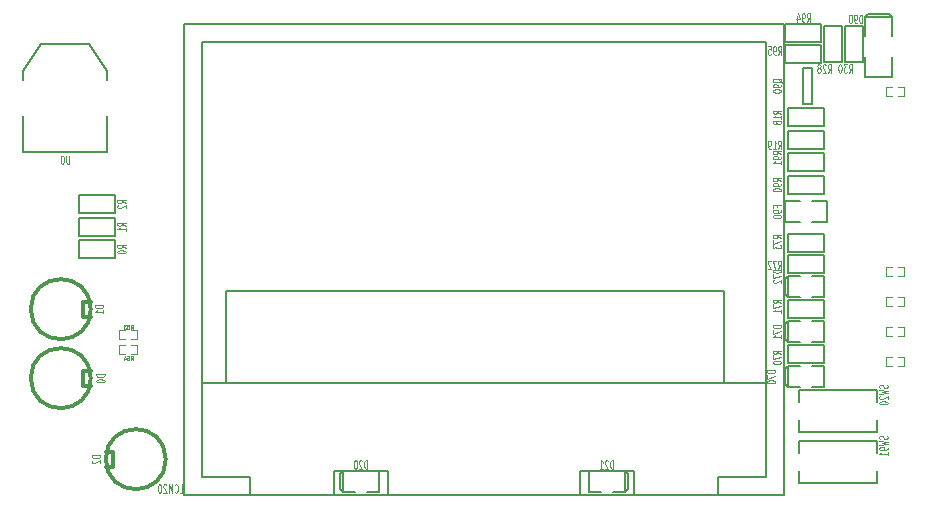
<source format=gbo>
G04 (created by PCBNEW (2013-04-19 BZR 4011)-stable) date 01/07/2013 10:58:15*
%MOIN*%
G04 Gerber Fmt 3.4, Leading zero omitted, Abs format*
%FSLAX34Y34*%
G01*
G70*
G90*
G04 APERTURE LIST*
%ADD10C,2.3622e-006*%
%ADD11C,0.005*%
%ADD12C,0.008*%
%ADD13C,0.012*%
%ADD14C,0.0028*%
%ADD15C,0.0045*%
G04 APERTURE END LIST*
G54D10*
G54D11*
X80900Y-52100D02*
X80900Y-55150D01*
X97500Y-52100D02*
X97500Y-55150D01*
X80900Y-52100D02*
X97500Y-52100D01*
X98900Y-55150D02*
X80100Y-55150D01*
X84500Y-58900D02*
X84500Y-58100D01*
X84500Y-58100D02*
X86300Y-58100D01*
X86300Y-58100D02*
X86300Y-58900D01*
X94500Y-58900D02*
X94500Y-58100D01*
X94500Y-58100D02*
X92700Y-58100D01*
X92700Y-58100D02*
X92700Y-58900D01*
X81700Y-58900D02*
X81700Y-58300D01*
X81700Y-58300D02*
X80100Y-58300D01*
X80100Y-58300D02*
X80100Y-43800D01*
X80100Y-43800D02*
X98900Y-43800D01*
X98900Y-43800D02*
X98900Y-58300D01*
X98900Y-58300D02*
X97300Y-58300D01*
X97300Y-58300D02*
X97300Y-58900D01*
X99500Y-43200D02*
X79500Y-43200D01*
X79500Y-58900D02*
X99500Y-58900D01*
X79500Y-43200D02*
X79500Y-58900D01*
X99500Y-43200D02*
X99500Y-58900D01*
X100150Y-44650D02*
X100150Y-45850D01*
X100150Y-45850D02*
X100450Y-45850D01*
X100450Y-45850D02*
X100450Y-44650D01*
X100450Y-44650D02*
X100150Y-44650D01*
X100050Y-49800D02*
X99550Y-49800D01*
X99550Y-49800D02*
X99550Y-49100D01*
X99550Y-49100D02*
X100050Y-49100D01*
X100450Y-49800D02*
X100950Y-49800D01*
X100950Y-49800D02*
X100950Y-49100D01*
X100950Y-49100D02*
X100450Y-49100D01*
X99650Y-46600D02*
X100850Y-46600D01*
X100850Y-46600D02*
X100850Y-46000D01*
X100850Y-46000D02*
X99650Y-46000D01*
X99650Y-46000D02*
X99650Y-46600D01*
X100850Y-46750D02*
X99650Y-46750D01*
X99650Y-46750D02*
X99650Y-47350D01*
X99650Y-47350D02*
X100850Y-47350D01*
X100850Y-47350D02*
X100850Y-46750D01*
X100850Y-48250D02*
X99650Y-48250D01*
X99650Y-48250D02*
X99650Y-48850D01*
X99650Y-48850D02*
X100850Y-48850D01*
X100850Y-48850D02*
X100850Y-48250D01*
X100850Y-47500D02*
X99650Y-47500D01*
X99650Y-47500D02*
X99650Y-48100D01*
X99650Y-48100D02*
X100850Y-48100D01*
X100850Y-48100D02*
X100850Y-47500D01*
X99550Y-43800D02*
X100750Y-43800D01*
X100750Y-43800D02*
X100750Y-43200D01*
X100750Y-43200D02*
X99550Y-43200D01*
X99550Y-43200D02*
X99550Y-43800D01*
X100750Y-43900D02*
X99550Y-43900D01*
X99550Y-43900D02*
X99550Y-44500D01*
X99550Y-44500D02*
X100750Y-44500D01*
X100750Y-44500D02*
X100750Y-43900D01*
X103100Y-42950D02*
X103000Y-42850D01*
X103000Y-42850D02*
X102300Y-42850D01*
X102300Y-42850D02*
X102200Y-42950D01*
X103100Y-44950D02*
X102200Y-44950D01*
X102200Y-44950D02*
X102200Y-44300D01*
X103100Y-43600D02*
X103100Y-42950D01*
X103100Y-42950D02*
X102200Y-42950D01*
X102200Y-42950D02*
X102200Y-43600D01*
X103100Y-44300D02*
X103100Y-44950D01*
X84800Y-58800D02*
X84700Y-58700D01*
X84700Y-58700D02*
X84700Y-58200D01*
X84700Y-58200D02*
X84800Y-58100D01*
X85200Y-58800D02*
X84800Y-58800D01*
X84800Y-58800D02*
X84800Y-58100D01*
X84800Y-58100D02*
X85200Y-58100D01*
X85600Y-58800D02*
X86000Y-58800D01*
X86000Y-58800D02*
X86000Y-58100D01*
X86000Y-58100D02*
X85600Y-58100D01*
X94200Y-58100D02*
X94300Y-58200D01*
X94300Y-58200D02*
X94300Y-58700D01*
X94300Y-58700D02*
X94200Y-58800D01*
X93800Y-58100D02*
X94200Y-58100D01*
X94200Y-58100D02*
X94200Y-58800D01*
X94200Y-58800D02*
X93800Y-58800D01*
X93400Y-58100D02*
X93000Y-58100D01*
X93000Y-58100D02*
X93000Y-58800D01*
X93000Y-58800D02*
X93400Y-58800D01*
X99650Y-55300D02*
X99550Y-55200D01*
X99550Y-55200D02*
X99550Y-54700D01*
X99550Y-54700D02*
X99650Y-54600D01*
X100050Y-55300D02*
X99650Y-55300D01*
X99650Y-55300D02*
X99650Y-54600D01*
X99650Y-54600D02*
X100050Y-54600D01*
X100450Y-55300D02*
X100850Y-55300D01*
X100850Y-55300D02*
X100850Y-54600D01*
X100850Y-54600D02*
X100450Y-54600D01*
X99650Y-53800D02*
X99550Y-53700D01*
X99550Y-53700D02*
X99550Y-53200D01*
X99550Y-53200D02*
X99650Y-53100D01*
X100050Y-53800D02*
X99650Y-53800D01*
X99650Y-53800D02*
X99650Y-53100D01*
X99650Y-53100D02*
X100050Y-53100D01*
X100450Y-53800D02*
X100850Y-53800D01*
X100850Y-53800D02*
X100850Y-53100D01*
X100850Y-53100D02*
X100450Y-53100D01*
X99650Y-52300D02*
X99550Y-52200D01*
X99550Y-52200D02*
X99550Y-51700D01*
X99550Y-51700D02*
X99650Y-51600D01*
X100050Y-52300D02*
X99650Y-52300D01*
X99650Y-52300D02*
X99650Y-51600D01*
X99650Y-51600D02*
X100050Y-51600D01*
X100450Y-52300D02*
X100850Y-52300D01*
X100850Y-52300D02*
X100850Y-51600D01*
X100850Y-51600D02*
X100450Y-51600D01*
X100850Y-53900D02*
X99650Y-53900D01*
X99650Y-53900D02*
X99650Y-54500D01*
X99650Y-54500D02*
X100850Y-54500D01*
X100850Y-54500D02*
X100850Y-53900D01*
X100850Y-52400D02*
X99650Y-52400D01*
X99650Y-52400D02*
X99650Y-53000D01*
X99650Y-53000D02*
X100850Y-53000D01*
X100850Y-53000D02*
X100850Y-52400D01*
X100850Y-50900D02*
X99650Y-50900D01*
X99650Y-50900D02*
X99650Y-51500D01*
X99650Y-51500D02*
X100850Y-51500D01*
X100850Y-51500D02*
X100850Y-50900D01*
X100850Y-50200D02*
X99650Y-50200D01*
X99650Y-50200D02*
X99650Y-50800D01*
X99650Y-50800D02*
X100850Y-50800D01*
X100850Y-50800D02*
X100850Y-50200D01*
X77200Y-50400D02*
X76000Y-50400D01*
X76000Y-50400D02*
X76000Y-51000D01*
X76000Y-51000D02*
X77200Y-51000D01*
X77200Y-51000D02*
X77200Y-50400D01*
X77200Y-49650D02*
X76000Y-49650D01*
X76000Y-49650D02*
X76000Y-50250D01*
X76000Y-50250D02*
X77200Y-50250D01*
X77200Y-50250D02*
X77200Y-49650D01*
X77200Y-48900D02*
X76000Y-48900D01*
X76000Y-48900D02*
X76000Y-49500D01*
X76000Y-49500D02*
X77200Y-49500D01*
X77200Y-49500D02*
X77200Y-48900D01*
X102600Y-56400D02*
X102600Y-56800D01*
X102600Y-56800D02*
X100000Y-56800D01*
X100000Y-56800D02*
X100000Y-56400D01*
X102600Y-55800D02*
X102600Y-55400D01*
X102600Y-55400D02*
X100000Y-55400D01*
X100000Y-55400D02*
X100000Y-55800D01*
G54D12*
X76950Y-46250D02*
X76950Y-47450D01*
X76950Y-47450D02*
X74150Y-47450D01*
X74150Y-47450D02*
X74150Y-46250D01*
X76950Y-45050D02*
X76950Y-44750D01*
X76950Y-44750D02*
X76350Y-43850D01*
X76350Y-43850D02*
X74750Y-43850D01*
X74750Y-43850D02*
X74150Y-44750D01*
X74150Y-44750D02*
X74150Y-45050D01*
G54D13*
X76400Y-55000D02*
G75*
G03X76400Y-55000I-1000J0D01*
G74*
G01*
X76400Y-55250D02*
X76150Y-55250D01*
X76150Y-55250D02*
X76150Y-54750D01*
X76150Y-54750D02*
X76400Y-54750D01*
X76400Y-52700D02*
G75*
G03X76400Y-52700I-1000J0D01*
G74*
G01*
X76400Y-52950D02*
X76150Y-52950D01*
X76150Y-52950D02*
X76150Y-52450D01*
X76150Y-52450D02*
X76400Y-52450D01*
X78900Y-57700D02*
G75*
G03X78900Y-57700I-1000J0D01*
G74*
G01*
X76900Y-57450D02*
X77150Y-57450D01*
X77150Y-57450D02*
X77150Y-57950D01*
X77150Y-57950D02*
X76900Y-57950D01*
G54D11*
X101450Y-44450D02*
X101450Y-43250D01*
X101450Y-43250D02*
X100850Y-43250D01*
X100850Y-43250D02*
X100850Y-44450D01*
X100850Y-44450D02*
X101450Y-44450D01*
X101550Y-43250D02*
X101550Y-44450D01*
X101550Y-44450D02*
X102150Y-44450D01*
X102150Y-44450D02*
X102150Y-43250D01*
X102150Y-43250D02*
X101550Y-43250D01*
X102600Y-58100D02*
X102600Y-58500D01*
X102600Y-58500D02*
X100000Y-58500D01*
X100000Y-58500D02*
X100000Y-58100D01*
X102600Y-57500D02*
X102600Y-57100D01*
X102600Y-57100D02*
X100000Y-57100D01*
X100000Y-57100D02*
X100000Y-57500D01*
G54D14*
X103300Y-54300D02*
X103500Y-54300D01*
X103500Y-54300D02*
X103500Y-54600D01*
X103500Y-54600D02*
X103300Y-54600D01*
X103100Y-54300D02*
X102900Y-54300D01*
X102900Y-54300D02*
X102900Y-54600D01*
X102900Y-54600D02*
X103100Y-54600D01*
X103300Y-53300D02*
X103500Y-53300D01*
X103500Y-53300D02*
X103500Y-53600D01*
X103500Y-53600D02*
X103300Y-53600D01*
X103100Y-53300D02*
X102900Y-53300D01*
X102900Y-53300D02*
X102900Y-53600D01*
X102900Y-53600D02*
X103100Y-53600D01*
X103300Y-52300D02*
X103500Y-52300D01*
X103500Y-52300D02*
X103500Y-52600D01*
X103500Y-52600D02*
X103300Y-52600D01*
X103100Y-52300D02*
X102900Y-52300D01*
X102900Y-52300D02*
X102900Y-52600D01*
X102900Y-52600D02*
X103100Y-52600D01*
X103300Y-51300D02*
X103500Y-51300D01*
X103500Y-51300D02*
X103500Y-51600D01*
X103500Y-51600D02*
X103300Y-51600D01*
X103100Y-51300D02*
X102900Y-51300D01*
X102900Y-51300D02*
X102900Y-51600D01*
X102900Y-51600D02*
X103100Y-51600D01*
X77750Y-53400D02*
X77950Y-53400D01*
X77950Y-53400D02*
X77950Y-53700D01*
X77950Y-53700D02*
X77750Y-53700D01*
X77550Y-53400D02*
X77350Y-53400D01*
X77350Y-53400D02*
X77350Y-53700D01*
X77350Y-53700D02*
X77550Y-53700D01*
X77750Y-53900D02*
X77950Y-53900D01*
X77950Y-53900D02*
X77950Y-54200D01*
X77950Y-54200D02*
X77750Y-54200D01*
X77550Y-53900D02*
X77350Y-53900D01*
X77350Y-53900D02*
X77350Y-54200D01*
X77350Y-54200D02*
X77550Y-54200D01*
X103100Y-45600D02*
X102900Y-45600D01*
X102900Y-45600D02*
X102900Y-45300D01*
X102900Y-45300D02*
X103100Y-45300D01*
X103300Y-45600D02*
X103500Y-45600D01*
X103500Y-45600D02*
X103500Y-45300D01*
X103500Y-45300D02*
X103300Y-45300D01*
G54D15*
X79358Y-58813D02*
X79444Y-58813D01*
X79444Y-58533D01*
X79195Y-58786D02*
X79204Y-58800D01*
X79230Y-58813D01*
X79247Y-58813D01*
X79272Y-58800D01*
X79290Y-58773D01*
X79298Y-58746D01*
X79307Y-58693D01*
X79307Y-58653D01*
X79298Y-58600D01*
X79290Y-58573D01*
X79272Y-58546D01*
X79247Y-58533D01*
X79230Y-58533D01*
X79204Y-58546D01*
X79195Y-58560D01*
X79118Y-58813D02*
X79118Y-58533D01*
X79058Y-58733D01*
X78998Y-58533D01*
X78998Y-58813D01*
X78921Y-58560D02*
X78912Y-58546D01*
X78895Y-58533D01*
X78852Y-58533D01*
X78835Y-58546D01*
X78827Y-58560D01*
X78818Y-58586D01*
X78818Y-58613D01*
X78827Y-58653D01*
X78930Y-58813D01*
X78818Y-58813D01*
X78707Y-58533D02*
X78690Y-58533D01*
X78672Y-58546D01*
X78664Y-58560D01*
X78655Y-58586D01*
X78647Y-58640D01*
X78647Y-58706D01*
X78655Y-58760D01*
X78664Y-58786D01*
X78672Y-58800D01*
X78690Y-58813D01*
X78707Y-58813D01*
X78724Y-58800D01*
X78732Y-58786D01*
X78741Y-58760D01*
X78750Y-58706D01*
X78750Y-58640D01*
X78741Y-58586D01*
X78732Y-58560D01*
X78724Y-58546D01*
X78707Y-58533D01*
X99440Y-45147D02*
X99426Y-45130D01*
X99400Y-45112D01*
X99360Y-45087D01*
X99346Y-45070D01*
X99346Y-45052D01*
X99413Y-45061D02*
X99400Y-45044D01*
X99373Y-45027D01*
X99320Y-45018D01*
X99226Y-45018D01*
X99173Y-45027D01*
X99146Y-45044D01*
X99133Y-45061D01*
X99133Y-45095D01*
X99146Y-45112D01*
X99173Y-45130D01*
X99226Y-45138D01*
X99320Y-45138D01*
X99373Y-45130D01*
X99400Y-45112D01*
X99413Y-45095D01*
X99413Y-45061D01*
X99413Y-45224D02*
X99413Y-45258D01*
X99400Y-45275D01*
X99386Y-45284D01*
X99346Y-45301D01*
X99293Y-45310D01*
X99186Y-45310D01*
X99160Y-45301D01*
X99146Y-45292D01*
X99133Y-45275D01*
X99133Y-45241D01*
X99146Y-45224D01*
X99160Y-45215D01*
X99186Y-45207D01*
X99253Y-45207D01*
X99280Y-45215D01*
X99293Y-45224D01*
X99306Y-45241D01*
X99306Y-45275D01*
X99293Y-45292D01*
X99280Y-45301D01*
X99253Y-45310D01*
X99133Y-45421D02*
X99133Y-45438D01*
X99146Y-45455D01*
X99160Y-45464D01*
X99186Y-45472D01*
X99240Y-45481D01*
X99306Y-45481D01*
X99360Y-45472D01*
X99386Y-45464D01*
X99400Y-45455D01*
X99413Y-45438D01*
X99413Y-45421D01*
X99400Y-45404D01*
X99386Y-45395D01*
X99360Y-45387D01*
X99306Y-45378D01*
X99240Y-45378D01*
X99186Y-45387D01*
X99160Y-45395D01*
X99146Y-45404D01*
X99133Y-45421D01*
X99266Y-49304D02*
X99266Y-49244D01*
X99413Y-49244D02*
X99133Y-49244D01*
X99133Y-49329D01*
X99413Y-49407D02*
X99413Y-49441D01*
X99400Y-49458D01*
X99386Y-49467D01*
X99346Y-49484D01*
X99293Y-49492D01*
X99186Y-49492D01*
X99160Y-49484D01*
X99146Y-49475D01*
X99133Y-49458D01*
X99133Y-49424D01*
X99146Y-49407D01*
X99160Y-49398D01*
X99186Y-49390D01*
X99253Y-49390D01*
X99280Y-49398D01*
X99293Y-49407D01*
X99306Y-49424D01*
X99306Y-49458D01*
X99293Y-49475D01*
X99280Y-49484D01*
X99253Y-49492D01*
X99133Y-49604D02*
X99133Y-49621D01*
X99146Y-49638D01*
X99160Y-49647D01*
X99186Y-49655D01*
X99240Y-49664D01*
X99306Y-49664D01*
X99360Y-49655D01*
X99386Y-49647D01*
X99400Y-49638D01*
X99413Y-49621D01*
X99413Y-49604D01*
X99400Y-49587D01*
X99386Y-49578D01*
X99360Y-49570D01*
X99306Y-49561D01*
X99240Y-49561D01*
X99186Y-49570D01*
X99160Y-49578D01*
X99146Y-49587D01*
X99133Y-49604D01*
X99413Y-46184D02*
X99280Y-46124D01*
X99413Y-46081D02*
X99133Y-46081D01*
X99133Y-46150D01*
X99146Y-46167D01*
X99160Y-46175D01*
X99186Y-46184D01*
X99226Y-46184D01*
X99253Y-46175D01*
X99266Y-46167D01*
X99280Y-46150D01*
X99280Y-46081D01*
X99413Y-46355D02*
X99413Y-46252D01*
X99413Y-46304D02*
X99133Y-46304D01*
X99173Y-46287D01*
X99200Y-46270D01*
X99213Y-46252D01*
X99253Y-46458D02*
X99240Y-46441D01*
X99226Y-46432D01*
X99200Y-46424D01*
X99186Y-46424D01*
X99160Y-46432D01*
X99146Y-46441D01*
X99133Y-46458D01*
X99133Y-46492D01*
X99146Y-46510D01*
X99160Y-46518D01*
X99186Y-46527D01*
X99200Y-46527D01*
X99226Y-46518D01*
X99240Y-46510D01*
X99253Y-46492D01*
X99253Y-46458D01*
X99266Y-46441D01*
X99280Y-46432D01*
X99306Y-46424D01*
X99360Y-46424D01*
X99386Y-46432D01*
X99400Y-46441D01*
X99413Y-46458D01*
X99413Y-46492D01*
X99400Y-46510D01*
X99386Y-46518D01*
X99360Y-46527D01*
X99306Y-46527D01*
X99280Y-46518D01*
X99266Y-46510D01*
X99253Y-46492D01*
X99315Y-47363D02*
X99375Y-47230D01*
X99418Y-47363D02*
X99418Y-47083D01*
X99350Y-47083D01*
X99332Y-47096D01*
X99324Y-47110D01*
X99315Y-47136D01*
X99315Y-47176D01*
X99324Y-47203D01*
X99332Y-47216D01*
X99350Y-47230D01*
X99418Y-47230D01*
X99144Y-47363D02*
X99247Y-47363D01*
X99195Y-47363D02*
X99195Y-47083D01*
X99212Y-47123D01*
X99230Y-47150D01*
X99247Y-47163D01*
X99058Y-47363D02*
X99024Y-47363D01*
X99007Y-47350D01*
X98998Y-47336D01*
X98981Y-47296D01*
X98972Y-47243D01*
X98972Y-47136D01*
X98981Y-47110D01*
X98990Y-47096D01*
X99007Y-47083D01*
X99041Y-47083D01*
X99058Y-47096D01*
X99067Y-47110D01*
X99075Y-47136D01*
X99075Y-47203D01*
X99067Y-47230D01*
X99058Y-47243D01*
X99041Y-47256D01*
X99007Y-47256D01*
X98990Y-47243D01*
X98981Y-47230D01*
X98972Y-47203D01*
X99413Y-48434D02*
X99280Y-48374D01*
X99413Y-48331D02*
X99133Y-48331D01*
X99133Y-48400D01*
X99146Y-48417D01*
X99160Y-48425D01*
X99186Y-48434D01*
X99226Y-48434D01*
X99253Y-48425D01*
X99266Y-48417D01*
X99280Y-48400D01*
X99280Y-48331D01*
X99413Y-48520D02*
X99413Y-48554D01*
X99400Y-48571D01*
X99386Y-48580D01*
X99346Y-48597D01*
X99293Y-48605D01*
X99186Y-48605D01*
X99160Y-48597D01*
X99146Y-48588D01*
X99133Y-48571D01*
X99133Y-48537D01*
X99146Y-48520D01*
X99160Y-48511D01*
X99186Y-48502D01*
X99253Y-48502D01*
X99280Y-48511D01*
X99293Y-48520D01*
X99306Y-48537D01*
X99306Y-48571D01*
X99293Y-48588D01*
X99280Y-48597D01*
X99253Y-48605D01*
X99133Y-48717D02*
X99133Y-48734D01*
X99146Y-48751D01*
X99160Y-48760D01*
X99186Y-48768D01*
X99240Y-48777D01*
X99306Y-48777D01*
X99360Y-48768D01*
X99386Y-48760D01*
X99400Y-48751D01*
X99413Y-48734D01*
X99413Y-48717D01*
X99400Y-48700D01*
X99386Y-48691D01*
X99360Y-48682D01*
X99306Y-48674D01*
X99240Y-48674D01*
X99186Y-48682D01*
X99160Y-48691D01*
X99146Y-48700D01*
X99133Y-48717D01*
X99413Y-47534D02*
X99280Y-47474D01*
X99413Y-47431D02*
X99133Y-47431D01*
X99133Y-47500D01*
X99146Y-47517D01*
X99160Y-47525D01*
X99186Y-47534D01*
X99226Y-47534D01*
X99253Y-47525D01*
X99266Y-47517D01*
X99280Y-47500D01*
X99280Y-47431D01*
X99413Y-47620D02*
X99413Y-47654D01*
X99400Y-47671D01*
X99386Y-47680D01*
X99346Y-47697D01*
X99293Y-47705D01*
X99186Y-47705D01*
X99160Y-47697D01*
X99146Y-47688D01*
X99133Y-47671D01*
X99133Y-47637D01*
X99146Y-47620D01*
X99160Y-47611D01*
X99186Y-47602D01*
X99253Y-47602D01*
X99280Y-47611D01*
X99293Y-47620D01*
X99306Y-47637D01*
X99306Y-47671D01*
X99293Y-47688D01*
X99280Y-47697D01*
X99253Y-47705D01*
X99413Y-47877D02*
X99413Y-47774D01*
X99413Y-47825D02*
X99133Y-47825D01*
X99173Y-47808D01*
X99200Y-47791D01*
X99213Y-47774D01*
X100265Y-43113D02*
X100325Y-42980D01*
X100368Y-43113D02*
X100368Y-42833D01*
X100300Y-42833D01*
X100282Y-42846D01*
X100274Y-42860D01*
X100265Y-42886D01*
X100265Y-42926D01*
X100274Y-42953D01*
X100282Y-42966D01*
X100300Y-42980D01*
X100368Y-42980D01*
X100180Y-43113D02*
X100145Y-43113D01*
X100128Y-43100D01*
X100120Y-43086D01*
X100102Y-43046D01*
X100094Y-42993D01*
X100094Y-42886D01*
X100102Y-42860D01*
X100111Y-42846D01*
X100128Y-42833D01*
X100162Y-42833D01*
X100180Y-42846D01*
X100188Y-42860D01*
X100197Y-42886D01*
X100197Y-42953D01*
X100188Y-42980D01*
X100180Y-42993D01*
X100162Y-43006D01*
X100128Y-43006D01*
X100111Y-42993D01*
X100102Y-42980D01*
X100094Y-42953D01*
X99940Y-42926D02*
X99940Y-43113D01*
X99982Y-42820D02*
X100025Y-43020D01*
X99914Y-43020D01*
X99315Y-44213D02*
X99375Y-44080D01*
X99418Y-44213D02*
X99418Y-43933D01*
X99350Y-43933D01*
X99332Y-43946D01*
X99324Y-43960D01*
X99315Y-43986D01*
X99315Y-44026D01*
X99324Y-44053D01*
X99332Y-44066D01*
X99350Y-44080D01*
X99418Y-44080D01*
X99230Y-44213D02*
X99195Y-44213D01*
X99178Y-44200D01*
X99170Y-44186D01*
X99152Y-44146D01*
X99144Y-44093D01*
X99144Y-43986D01*
X99152Y-43960D01*
X99161Y-43946D01*
X99178Y-43933D01*
X99212Y-43933D01*
X99230Y-43946D01*
X99238Y-43960D01*
X99247Y-43986D01*
X99247Y-44053D01*
X99238Y-44080D01*
X99230Y-44093D01*
X99212Y-44106D01*
X99178Y-44106D01*
X99161Y-44093D01*
X99152Y-44080D01*
X99144Y-44053D01*
X98981Y-43933D02*
X99067Y-43933D01*
X99075Y-44066D01*
X99067Y-44053D01*
X99050Y-44040D01*
X99007Y-44040D01*
X98990Y-44053D01*
X98981Y-44066D01*
X98972Y-44093D01*
X98972Y-44160D01*
X98981Y-44186D01*
X98990Y-44200D01*
X99007Y-44213D01*
X99050Y-44213D01*
X99067Y-44200D01*
X99075Y-44186D01*
X102118Y-43163D02*
X102118Y-42883D01*
X102075Y-42883D01*
X102050Y-42896D01*
X102032Y-42923D01*
X102024Y-42950D01*
X102015Y-43003D01*
X102015Y-43043D01*
X102024Y-43096D01*
X102032Y-43123D01*
X102050Y-43150D01*
X102075Y-43163D01*
X102118Y-43163D01*
X101930Y-43163D02*
X101895Y-43163D01*
X101878Y-43150D01*
X101870Y-43136D01*
X101852Y-43096D01*
X101844Y-43043D01*
X101844Y-42936D01*
X101852Y-42910D01*
X101861Y-42896D01*
X101878Y-42883D01*
X101912Y-42883D01*
X101930Y-42896D01*
X101938Y-42910D01*
X101947Y-42936D01*
X101947Y-43003D01*
X101938Y-43030D01*
X101930Y-43043D01*
X101912Y-43056D01*
X101878Y-43056D01*
X101861Y-43043D01*
X101852Y-43030D01*
X101844Y-43003D01*
X101732Y-42883D02*
X101715Y-42883D01*
X101698Y-42896D01*
X101690Y-42910D01*
X101681Y-42936D01*
X101672Y-42990D01*
X101672Y-43056D01*
X101681Y-43110D01*
X101690Y-43136D01*
X101698Y-43150D01*
X101715Y-43163D01*
X101732Y-43163D01*
X101750Y-43150D01*
X101758Y-43136D01*
X101767Y-43110D01*
X101775Y-43056D01*
X101775Y-42990D01*
X101767Y-42936D01*
X101758Y-42910D01*
X101750Y-42896D01*
X101732Y-42883D01*
X85618Y-58013D02*
X85618Y-57733D01*
X85575Y-57733D01*
X85550Y-57746D01*
X85532Y-57773D01*
X85524Y-57800D01*
X85515Y-57853D01*
X85515Y-57893D01*
X85524Y-57946D01*
X85532Y-57973D01*
X85550Y-58000D01*
X85575Y-58013D01*
X85618Y-58013D01*
X85447Y-57760D02*
X85438Y-57746D01*
X85421Y-57733D01*
X85378Y-57733D01*
X85361Y-57746D01*
X85352Y-57760D01*
X85344Y-57786D01*
X85344Y-57813D01*
X85352Y-57853D01*
X85455Y-58013D01*
X85344Y-58013D01*
X85232Y-57733D02*
X85215Y-57733D01*
X85198Y-57746D01*
X85190Y-57760D01*
X85181Y-57786D01*
X85172Y-57840D01*
X85172Y-57906D01*
X85181Y-57960D01*
X85190Y-57986D01*
X85198Y-58000D01*
X85215Y-58013D01*
X85232Y-58013D01*
X85250Y-58000D01*
X85258Y-57986D01*
X85267Y-57960D01*
X85275Y-57906D01*
X85275Y-57840D01*
X85267Y-57786D01*
X85258Y-57760D01*
X85250Y-57746D01*
X85232Y-57733D01*
X93818Y-58013D02*
X93818Y-57733D01*
X93775Y-57733D01*
X93750Y-57746D01*
X93732Y-57773D01*
X93724Y-57800D01*
X93715Y-57853D01*
X93715Y-57893D01*
X93724Y-57946D01*
X93732Y-57973D01*
X93750Y-58000D01*
X93775Y-58013D01*
X93818Y-58013D01*
X93647Y-57760D02*
X93638Y-57746D01*
X93621Y-57733D01*
X93578Y-57733D01*
X93561Y-57746D01*
X93552Y-57760D01*
X93544Y-57786D01*
X93544Y-57813D01*
X93552Y-57853D01*
X93655Y-58013D01*
X93544Y-58013D01*
X93372Y-58013D02*
X93475Y-58013D01*
X93424Y-58013D02*
X93424Y-57733D01*
X93441Y-57773D01*
X93458Y-57800D01*
X93475Y-57813D01*
X99213Y-54731D02*
X98933Y-54731D01*
X98933Y-54774D01*
X98946Y-54800D01*
X98973Y-54817D01*
X99000Y-54825D01*
X99053Y-54834D01*
X99093Y-54834D01*
X99146Y-54825D01*
X99173Y-54817D01*
X99200Y-54800D01*
X99213Y-54774D01*
X99213Y-54731D01*
X98933Y-54894D02*
X98933Y-55014D01*
X99213Y-54937D01*
X98933Y-55117D02*
X98933Y-55134D01*
X98946Y-55151D01*
X98960Y-55160D01*
X98986Y-55168D01*
X99040Y-55177D01*
X99106Y-55177D01*
X99160Y-55168D01*
X99186Y-55160D01*
X99200Y-55151D01*
X99213Y-55134D01*
X99213Y-55117D01*
X99200Y-55100D01*
X99186Y-55091D01*
X99160Y-55082D01*
X99106Y-55074D01*
X99040Y-55074D01*
X98986Y-55082D01*
X98960Y-55091D01*
X98946Y-55100D01*
X98933Y-55117D01*
X99413Y-53231D02*
X99133Y-53231D01*
X99133Y-53274D01*
X99146Y-53300D01*
X99173Y-53317D01*
X99200Y-53325D01*
X99253Y-53334D01*
X99293Y-53334D01*
X99346Y-53325D01*
X99373Y-53317D01*
X99400Y-53300D01*
X99413Y-53274D01*
X99413Y-53231D01*
X99133Y-53394D02*
X99133Y-53514D01*
X99413Y-53437D01*
X99413Y-53677D02*
X99413Y-53574D01*
X99413Y-53625D02*
X99133Y-53625D01*
X99173Y-53608D01*
X99200Y-53591D01*
X99213Y-53574D01*
X99413Y-51381D02*
X99133Y-51381D01*
X99133Y-51424D01*
X99146Y-51450D01*
X99173Y-51467D01*
X99200Y-51475D01*
X99253Y-51484D01*
X99293Y-51484D01*
X99346Y-51475D01*
X99373Y-51467D01*
X99400Y-51450D01*
X99413Y-51424D01*
X99413Y-51381D01*
X99133Y-51544D02*
X99133Y-51664D01*
X99413Y-51587D01*
X99160Y-51724D02*
X99146Y-51732D01*
X99133Y-51750D01*
X99133Y-51792D01*
X99146Y-51810D01*
X99160Y-51818D01*
X99186Y-51827D01*
X99213Y-51827D01*
X99253Y-51818D01*
X99413Y-51715D01*
X99413Y-51827D01*
X99413Y-54184D02*
X99280Y-54124D01*
X99413Y-54081D02*
X99133Y-54081D01*
X99133Y-54150D01*
X99146Y-54167D01*
X99160Y-54175D01*
X99186Y-54184D01*
X99226Y-54184D01*
X99253Y-54175D01*
X99266Y-54167D01*
X99280Y-54150D01*
X99280Y-54081D01*
X99133Y-54244D02*
X99133Y-54364D01*
X99413Y-54287D01*
X99133Y-54467D02*
X99133Y-54484D01*
X99146Y-54501D01*
X99160Y-54510D01*
X99186Y-54518D01*
X99240Y-54527D01*
X99306Y-54527D01*
X99360Y-54518D01*
X99386Y-54510D01*
X99400Y-54501D01*
X99413Y-54484D01*
X99413Y-54467D01*
X99400Y-54450D01*
X99386Y-54441D01*
X99360Y-54432D01*
X99306Y-54424D01*
X99240Y-54424D01*
X99186Y-54432D01*
X99160Y-54441D01*
X99146Y-54450D01*
X99133Y-54467D01*
X99413Y-52484D02*
X99280Y-52424D01*
X99413Y-52381D02*
X99133Y-52381D01*
X99133Y-52450D01*
X99146Y-52467D01*
X99160Y-52475D01*
X99186Y-52484D01*
X99226Y-52484D01*
X99253Y-52475D01*
X99266Y-52467D01*
X99280Y-52450D01*
X99280Y-52381D01*
X99133Y-52544D02*
X99133Y-52664D01*
X99413Y-52587D01*
X99413Y-52827D02*
X99413Y-52724D01*
X99413Y-52775D02*
X99133Y-52775D01*
X99173Y-52758D01*
X99200Y-52741D01*
X99213Y-52724D01*
X99315Y-51363D02*
X99375Y-51230D01*
X99418Y-51363D02*
X99418Y-51083D01*
X99350Y-51083D01*
X99332Y-51096D01*
X99324Y-51110D01*
X99315Y-51136D01*
X99315Y-51176D01*
X99324Y-51203D01*
X99332Y-51216D01*
X99350Y-51230D01*
X99418Y-51230D01*
X99255Y-51083D02*
X99135Y-51083D01*
X99212Y-51363D01*
X99075Y-51110D02*
X99067Y-51096D01*
X99050Y-51083D01*
X99007Y-51083D01*
X98990Y-51096D01*
X98981Y-51110D01*
X98972Y-51136D01*
X98972Y-51163D01*
X98981Y-51203D01*
X99084Y-51363D01*
X98972Y-51363D01*
X99413Y-50334D02*
X99280Y-50274D01*
X99413Y-50231D02*
X99133Y-50231D01*
X99133Y-50300D01*
X99146Y-50317D01*
X99160Y-50325D01*
X99186Y-50334D01*
X99226Y-50334D01*
X99253Y-50325D01*
X99266Y-50317D01*
X99280Y-50300D01*
X99280Y-50231D01*
X99133Y-50394D02*
X99133Y-50514D01*
X99413Y-50437D01*
X99133Y-50565D02*
X99133Y-50677D01*
X99240Y-50617D01*
X99240Y-50642D01*
X99253Y-50660D01*
X99266Y-50668D01*
X99293Y-50677D01*
X99360Y-50677D01*
X99386Y-50668D01*
X99400Y-50660D01*
X99413Y-50642D01*
X99413Y-50591D01*
X99400Y-50574D01*
X99386Y-50565D01*
X77563Y-50670D02*
X77430Y-50610D01*
X77563Y-50567D02*
X77283Y-50567D01*
X77283Y-50635D01*
X77296Y-50652D01*
X77310Y-50661D01*
X77336Y-50670D01*
X77376Y-50670D01*
X77403Y-50661D01*
X77416Y-50652D01*
X77430Y-50635D01*
X77430Y-50567D01*
X77283Y-50781D02*
X77283Y-50798D01*
X77296Y-50815D01*
X77310Y-50824D01*
X77336Y-50832D01*
X77390Y-50841D01*
X77456Y-50841D01*
X77510Y-50832D01*
X77536Y-50824D01*
X77550Y-50815D01*
X77563Y-50798D01*
X77563Y-50781D01*
X77550Y-50764D01*
X77536Y-50755D01*
X77510Y-50747D01*
X77456Y-50738D01*
X77390Y-50738D01*
X77336Y-50747D01*
X77310Y-50755D01*
X77296Y-50764D01*
X77283Y-50781D01*
X77563Y-49920D02*
X77430Y-49860D01*
X77563Y-49817D02*
X77283Y-49817D01*
X77283Y-49885D01*
X77296Y-49902D01*
X77310Y-49911D01*
X77336Y-49920D01*
X77376Y-49920D01*
X77403Y-49911D01*
X77416Y-49902D01*
X77430Y-49885D01*
X77430Y-49817D01*
X77563Y-50091D02*
X77563Y-49988D01*
X77563Y-50040D02*
X77283Y-50040D01*
X77323Y-50022D01*
X77350Y-50005D01*
X77363Y-49988D01*
X77563Y-49170D02*
X77430Y-49110D01*
X77563Y-49067D02*
X77283Y-49067D01*
X77283Y-49135D01*
X77296Y-49152D01*
X77310Y-49161D01*
X77336Y-49170D01*
X77376Y-49170D01*
X77403Y-49161D01*
X77416Y-49152D01*
X77430Y-49135D01*
X77430Y-49067D01*
X77310Y-49238D02*
X77296Y-49247D01*
X77283Y-49264D01*
X77283Y-49307D01*
X77296Y-49324D01*
X77310Y-49332D01*
X77336Y-49341D01*
X77363Y-49341D01*
X77403Y-49332D01*
X77563Y-49230D01*
X77563Y-49341D01*
X102950Y-55224D02*
X102963Y-55250D01*
X102963Y-55292D01*
X102950Y-55310D01*
X102936Y-55318D01*
X102910Y-55327D01*
X102883Y-55327D01*
X102856Y-55318D01*
X102843Y-55310D01*
X102830Y-55292D01*
X102816Y-55258D01*
X102803Y-55241D01*
X102790Y-55232D01*
X102763Y-55224D01*
X102736Y-55224D01*
X102710Y-55232D01*
X102696Y-55241D01*
X102683Y-55258D01*
X102683Y-55301D01*
X102696Y-55327D01*
X102683Y-55387D02*
X102963Y-55430D01*
X102763Y-55464D01*
X102963Y-55498D01*
X102683Y-55541D01*
X102710Y-55601D02*
X102696Y-55610D01*
X102683Y-55627D01*
X102683Y-55670D01*
X102696Y-55687D01*
X102710Y-55695D01*
X102736Y-55704D01*
X102763Y-55704D01*
X102803Y-55695D01*
X102963Y-55592D01*
X102963Y-55704D01*
X102683Y-55815D02*
X102683Y-55832D01*
X102696Y-55850D01*
X102710Y-55858D01*
X102736Y-55867D01*
X102790Y-55875D01*
X102856Y-55875D01*
X102910Y-55867D01*
X102936Y-55858D01*
X102950Y-55850D01*
X102963Y-55832D01*
X102963Y-55815D01*
X102950Y-55798D01*
X102936Y-55790D01*
X102910Y-55781D01*
X102856Y-55772D01*
X102790Y-55772D01*
X102736Y-55781D01*
X102710Y-55790D01*
X102696Y-55798D01*
X102683Y-55815D01*
X75687Y-47583D02*
X75687Y-47810D01*
X75678Y-47836D01*
X75670Y-47850D01*
X75652Y-47863D01*
X75618Y-47863D01*
X75601Y-47850D01*
X75592Y-47836D01*
X75584Y-47810D01*
X75584Y-47583D01*
X75464Y-47583D02*
X75447Y-47583D01*
X75430Y-47596D01*
X75421Y-47610D01*
X75412Y-47636D01*
X75404Y-47690D01*
X75404Y-47756D01*
X75412Y-47810D01*
X75421Y-47836D01*
X75430Y-47850D01*
X75447Y-47863D01*
X75464Y-47863D01*
X75481Y-47850D01*
X75490Y-47836D01*
X75498Y-47810D01*
X75507Y-47756D01*
X75507Y-47690D01*
X75498Y-47636D01*
X75490Y-47610D01*
X75481Y-47596D01*
X75464Y-47583D01*
X76863Y-54867D02*
X76583Y-54867D01*
X76583Y-54910D01*
X76596Y-54935D01*
X76623Y-54952D01*
X76650Y-54961D01*
X76703Y-54970D01*
X76743Y-54970D01*
X76796Y-54961D01*
X76823Y-54952D01*
X76850Y-54935D01*
X76863Y-54910D01*
X76863Y-54867D01*
X76583Y-55081D02*
X76583Y-55098D01*
X76596Y-55115D01*
X76610Y-55124D01*
X76636Y-55132D01*
X76690Y-55141D01*
X76756Y-55141D01*
X76810Y-55132D01*
X76836Y-55124D01*
X76850Y-55115D01*
X76863Y-55098D01*
X76863Y-55081D01*
X76850Y-55064D01*
X76836Y-55055D01*
X76810Y-55047D01*
X76756Y-55038D01*
X76690Y-55038D01*
X76636Y-55047D01*
X76610Y-55055D01*
X76596Y-55064D01*
X76583Y-55081D01*
X76813Y-52567D02*
X76533Y-52567D01*
X76533Y-52610D01*
X76546Y-52635D01*
X76573Y-52652D01*
X76600Y-52661D01*
X76653Y-52670D01*
X76693Y-52670D01*
X76746Y-52661D01*
X76773Y-52652D01*
X76800Y-52635D01*
X76813Y-52610D01*
X76813Y-52567D01*
X76813Y-52841D02*
X76813Y-52738D01*
X76813Y-52790D02*
X76533Y-52790D01*
X76573Y-52772D01*
X76600Y-52755D01*
X76613Y-52738D01*
X76713Y-57567D02*
X76433Y-57567D01*
X76433Y-57610D01*
X76446Y-57635D01*
X76473Y-57652D01*
X76500Y-57661D01*
X76553Y-57670D01*
X76593Y-57670D01*
X76646Y-57661D01*
X76673Y-57652D01*
X76700Y-57635D01*
X76713Y-57610D01*
X76713Y-57567D01*
X76460Y-57738D02*
X76446Y-57747D01*
X76433Y-57764D01*
X76433Y-57807D01*
X76446Y-57824D01*
X76460Y-57832D01*
X76486Y-57841D01*
X76513Y-57841D01*
X76553Y-57832D01*
X76713Y-57730D01*
X76713Y-57841D01*
X100965Y-44813D02*
X101025Y-44680D01*
X101068Y-44813D02*
X101068Y-44533D01*
X101000Y-44533D01*
X100982Y-44546D01*
X100974Y-44560D01*
X100965Y-44586D01*
X100965Y-44626D01*
X100974Y-44653D01*
X100982Y-44666D01*
X101000Y-44680D01*
X101068Y-44680D01*
X100897Y-44560D02*
X100888Y-44546D01*
X100871Y-44533D01*
X100828Y-44533D01*
X100811Y-44546D01*
X100802Y-44560D01*
X100794Y-44586D01*
X100794Y-44613D01*
X100802Y-44653D01*
X100905Y-44813D01*
X100794Y-44813D01*
X100691Y-44653D02*
X100708Y-44640D01*
X100717Y-44626D01*
X100725Y-44600D01*
X100725Y-44586D01*
X100717Y-44560D01*
X100708Y-44546D01*
X100691Y-44533D01*
X100657Y-44533D01*
X100640Y-44546D01*
X100631Y-44560D01*
X100622Y-44586D01*
X100622Y-44600D01*
X100631Y-44626D01*
X100640Y-44640D01*
X100657Y-44653D01*
X100691Y-44653D01*
X100708Y-44666D01*
X100717Y-44680D01*
X100725Y-44706D01*
X100725Y-44760D01*
X100717Y-44786D01*
X100708Y-44800D01*
X100691Y-44813D01*
X100657Y-44813D01*
X100640Y-44800D01*
X100631Y-44786D01*
X100622Y-44760D01*
X100622Y-44706D01*
X100631Y-44680D01*
X100640Y-44666D01*
X100657Y-44653D01*
X101665Y-44813D02*
X101725Y-44680D01*
X101768Y-44813D02*
X101768Y-44533D01*
X101700Y-44533D01*
X101682Y-44546D01*
X101674Y-44560D01*
X101665Y-44586D01*
X101665Y-44626D01*
X101674Y-44653D01*
X101682Y-44666D01*
X101700Y-44680D01*
X101768Y-44680D01*
X101605Y-44533D02*
X101494Y-44533D01*
X101554Y-44640D01*
X101528Y-44640D01*
X101511Y-44653D01*
X101502Y-44666D01*
X101494Y-44693D01*
X101494Y-44760D01*
X101502Y-44786D01*
X101511Y-44800D01*
X101528Y-44813D01*
X101580Y-44813D01*
X101597Y-44800D01*
X101605Y-44786D01*
X101382Y-44533D02*
X101365Y-44533D01*
X101348Y-44546D01*
X101340Y-44560D01*
X101331Y-44586D01*
X101322Y-44640D01*
X101322Y-44706D01*
X101331Y-44760D01*
X101340Y-44786D01*
X101348Y-44800D01*
X101365Y-44813D01*
X101382Y-44813D01*
X101400Y-44800D01*
X101408Y-44786D01*
X101417Y-44760D01*
X101425Y-44706D01*
X101425Y-44640D01*
X101417Y-44586D01*
X101408Y-44560D01*
X101400Y-44546D01*
X101382Y-44533D01*
X102950Y-56924D02*
X102963Y-56950D01*
X102963Y-56992D01*
X102950Y-57010D01*
X102936Y-57018D01*
X102910Y-57027D01*
X102883Y-57027D01*
X102856Y-57018D01*
X102843Y-57010D01*
X102830Y-56992D01*
X102816Y-56958D01*
X102803Y-56941D01*
X102790Y-56932D01*
X102763Y-56924D01*
X102736Y-56924D01*
X102710Y-56932D01*
X102696Y-56941D01*
X102683Y-56958D01*
X102683Y-57001D01*
X102696Y-57027D01*
X102683Y-57087D02*
X102963Y-57130D01*
X102763Y-57164D01*
X102963Y-57198D01*
X102683Y-57241D01*
X102963Y-57318D02*
X102963Y-57352D01*
X102950Y-57370D01*
X102936Y-57378D01*
X102896Y-57395D01*
X102843Y-57404D01*
X102736Y-57404D01*
X102710Y-57395D01*
X102696Y-57387D01*
X102683Y-57370D01*
X102683Y-57335D01*
X102696Y-57318D01*
X102710Y-57310D01*
X102736Y-57301D01*
X102803Y-57301D01*
X102830Y-57310D01*
X102843Y-57318D01*
X102856Y-57335D01*
X102856Y-57370D01*
X102843Y-57387D01*
X102830Y-57395D01*
X102803Y-57404D01*
X102963Y-57575D02*
X102963Y-57472D01*
X102963Y-57524D02*
X102683Y-57524D01*
X102723Y-57507D01*
X102750Y-57490D01*
X102763Y-57472D01*
G54D14*
X77727Y-53355D02*
X77767Y-53290D01*
X77795Y-53355D02*
X77795Y-53217D01*
X77750Y-53217D01*
X77738Y-53224D01*
X77732Y-53231D01*
X77727Y-53244D01*
X77727Y-53263D01*
X77732Y-53277D01*
X77738Y-53283D01*
X77750Y-53290D01*
X77795Y-53290D01*
X77624Y-53217D02*
X77647Y-53217D01*
X77658Y-53224D01*
X77664Y-53231D01*
X77675Y-53250D01*
X77681Y-53277D01*
X77681Y-53329D01*
X77675Y-53342D01*
X77670Y-53349D01*
X77658Y-53355D01*
X77635Y-53355D01*
X77624Y-53349D01*
X77618Y-53342D01*
X77612Y-53329D01*
X77612Y-53296D01*
X77618Y-53283D01*
X77624Y-53277D01*
X77635Y-53270D01*
X77658Y-53270D01*
X77670Y-53277D01*
X77675Y-53283D01*
X77681Y-53296D01*
X77572Y-53217D02*
X77498Y-53217D01*
X77538Y-53270D01*
X77521Y-53270D01*
X77510Y-53277D01*
X77504Y-53283D01*
X77498Y-53296D01*
X77498Y-53329D01*
X77504Y-53342D01*
X77510Y-53349D01*
X77521Y-53355D01*
X77555Y-53355D01*
X77567Y-53349D01*
X77572Y-53342D01*
X77727Y-54405D02*
X77767Y-54340D01*
X77795Y-54405D02*
X77795Y-54267D01*
X77750Y-54267D01*
X77738Y-54274D01*
X77732Y-54281D01*
X77727Y-54294D01*
X77727Y-54313D01*
X77732Y-54327D01*
X77738Y-54333D01*
X77750Y-54340D01*
X77795Y-54340D01*
X77624Y-54267D02*
X77647Y-54267D01*
X77658Y-54274D01*
X77664Y-54281D01*
X77675Y-54300D01*
X77681Y-54327D01*
X77681Y-54379D01*
X77675Y-54392D01*
X77670Y-54399D01*
X77658Y-54405D01*
X77635Y-54405D01*
X77624Y-54399D01*
X77618Y-54392D01*
X77612Y-54379D01*
X77612Y-54346D01*
X77618Y-54333D01*
X77624Y-54327D01*
X77635Y-54320D01*
X77658Y-54320D01*
X77670Y-54327D01*
X77675Y-54333D01*
X77681Y-54346D01*
X77510Y-54313D02*
X77510Y-54405D01*
X77538Y-54261D02*
X77567Y-54359D01*
X77492Y-54359D01*
M02*

</source>
